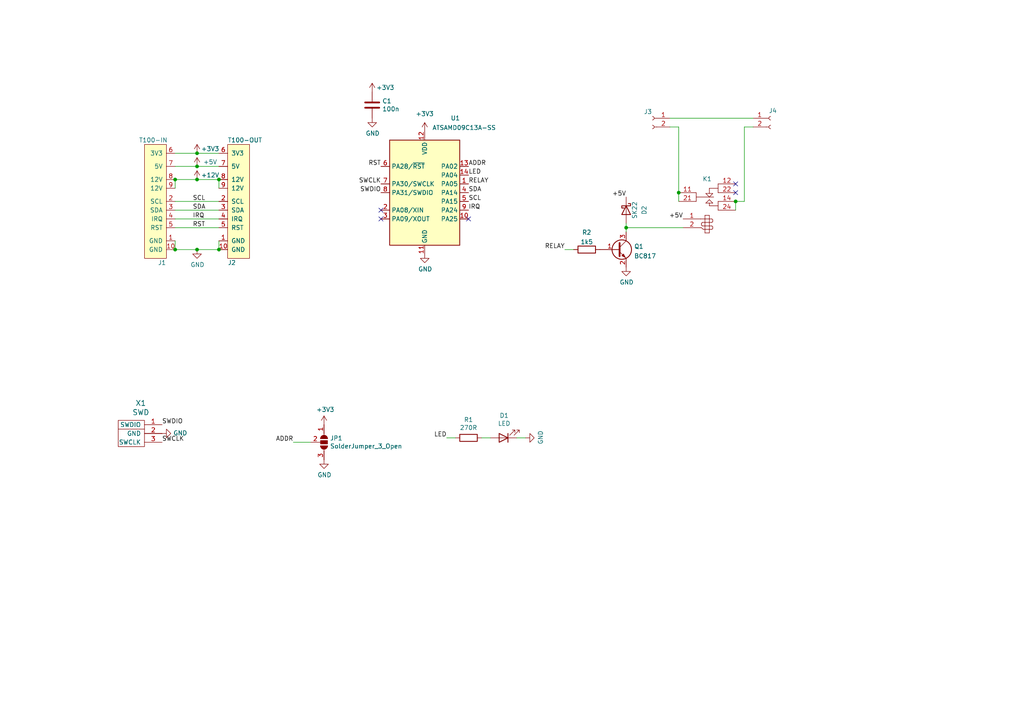
<source format=kicad_sch>
(kicad_sch (version 20210621) (generator eeschema)
  (paper "A4")
  (lib_symbols
    (symbol "Connector:Conn_01x02_Female" (pin_names (offset 1.016) hide)
      (property "Reference" "J" (at 0 2.54 0))
      (property "Value" "Conn_01x02_Female" (at 0 -5.08 0))
      (symbol "Conn_01x02_Female_1_1"
        (arc (start 0 -2.032) (mid -0.508 -2.54) (end 0 -3.048) (stroke (width 0.1524)))
        (polyline (pts (xy -1.27 -2.54) (xy -0.508 -2.54)) (stroke (width 0.1524)))
        (polyline (pts (xy -1.27 0) (xy -0.508 0)) (stroke (width 0.1524)))
        (arc (start 0 0.508) (mid -0.508 0) (end 0 -0.508) (stroke (width 0.1524)))
        (pin passive line (at -5.08 0 0) (length 3.81) (name "Pin_1") (number "1"))
        (pin passive line (at -5.08 -2.54 0) (length 3.81) (name "Pin_2") (number "2"))
      )
    )
    (symbol "Device:C" (pin_numbers hide) (pin_names (offset 0.254))
      (property "Reference" "C" (at 0.635 2.54 0))
      (property "Value" "C" (at 0.635 -2.54 0))
      (symbol "C_0_1"
        (polyline (pts (xy -2.032 -0.762) (xy 2.032 -0.762)) (stroke (width 0.508)))
        (polyline (pts (xy -2.032 0.762) (xy 2.032 0.762)) (stroke (width 0.508)))
      )
      (symbol "C_1_1"
        (pin passive line (at 0 3.81 270) (length 2.794) (name "~") (number "1"))
        (pin passive line (at 0 -3.81 90) (length 2.794) (name "~") (number "2"))
      )
    )
    (symbol "Device:D_Schottky" (pin_numbers hide) (pin_names (offset 1.016) hide)
      (property "Reference" "D" (at 0 2.54 0))
      (property "Value" "D_Schottky" (at 0 -2.54 0))
      (symbol "D_Schottky_0_1"
        (polyline (pts (xy 1.27 0) (xy -1.27 0)))
        (polyline (pts (xy 1.27 1.27) (xy 1.27 -1.27) (xy -1.27 0) (xy 1.27 1.27)) (stroke (width 0.254)))
        (polyline (pts (xy -1.905 0.635) (xy -1.905 1.27) (xy -1.27 1.27) (xy -1.27 -1.27) (xy -0.635 -1.27) (xy -0.635 -0.635)) (stroke (width 0.254)))
      )
      (symbol "D_Schottky_1_1"
        (pin passive line (at -3.81 0 0) (length 2.54) (name "K") (number "1"))
        (pin passive line (at 3.81 0 180) (length 2.54) (name "A") (number "2"))
      )
    )
    (symbol "Device:LED" (pin_numbers hide) (pin_names (offset 1.016) hide)
      (property "Reference" "D" (at 0 2.54 0))
      (property "Value" "LED" (at 0 -2.54 0))
      (symbol "LED_0_1"
        (polyline (pts (xy -1.27 -1.27) (xy -1.27 1.27)) (stroke (width 0.254)))
        (polyline (pts (xy -1.27 0) (xy 1.27 0)))
        (polyline (pts (xy 1.27 -1.27) (xy 1.27 1.27) (xy -1.27 0) (xy 1.27 -1.27)) (stroke (width 0.254)))
        (polyline (pts (xy -3.048 -0.762) (xy -4.572 -2.286) (xy -3.81 -2.286) (xy -4.572 -2.286) (xy -4.572 -1.524)))
        (polyline (pts (xy -1.778 -0.762) (xy -3.302 -2.286) (xy -2.54 -2.286) (xy -3.302 -2.286) (xy -3.302 -1.524)))
      )
      (symbol "LED_1_1"
        (pin passive line (at -3.81 0 0) (length 2.54) (name "K") (number "1"))
        (pin passive line (at 3.81 0 180) (length 2.54) (name "A") (number "2"))
      )
    )
    (symbol "Device:R" (pin_numbers hide) (pin_names (offset 0))
      (property "Reference" "R" (at 2.032 0 90))
      (property "Value" "R" (at 0 0 90))
      (symbol "R_0_1"
        (rectangle (start -1.016 -2.54) (end 1.016 2.54) (stroke (width 0.254)))
      )
      (symbol "R_1_1"
        (pin passive line (at 0 3.81 270) (length 1.27) (name "~") (number "1"))
        (pin passive line (at 0 -3.81 90) (length 1.27) (name "~") (number "2"))
      )
    )
    (symbol "Drake:RELAY_2" (pin_names (offset 1.016) hide)
      (property "Reference" "K" (at -1.27 3.81 0))
      (property "Value" "RELAY_2" (at 0 -12.7 0))
      (symbol "RELAY_2_0_1"
        (polyline (pts (xy -3.81 0) (xy 0 0)))
        (polyline (pts (xy -3.81 1.27) (xy -3.81 -1.27)))
        (polyline (pts (xy -2.54 -8.89) (xy -2.286 -8.89)))
        (polyline (pts (xy -2.54 -6.35) (xy -1.27 -6.35)))
        (polyline (pts (xy -2.286 -8.89) (xy -1.778 -9.3726)))
        (polyline (pts (xy -2.286 -8.1026) (xy -2.286 -7.62)))
        (polyline (pts (xy -2.032 -8.382) (xy -2.286 -8.1026)))
        (polyline (pts (xy -2.032 -7.366) (xy -2.286 -7.62)))
        (polyline (pts (xy -1.778 -9.3726) (xy -1.27 -9.3726)))
        (polyline (pts (xy -1.27 -10.414) (xy -1.27 -5.3086)))
        (polyline (pts (xy -1.27 -8.382) (xy -2.032 -8.382)))
        (polyline (pts (xy -1.27 -8.382) (xy 0 -8.382)))
        (polyline (pts (xy -1.27 -7.366) (xy -2.032 -7.366)))
        (polyline (pts (xy -1.27 -6.35) (xy 0 -6.35)))
        (polyline (pts (xy -1.27 -5.3086) (xy 0 -5.3086)))
        (polyline (pts (xy -1.016 -1.7526) (xy 0.9906 -1.7526)))
        (polyline (pts (xy -1.016 1.0414) (xy 0.9906 1.0414)))
        (polyline (pts (xy 0 -10.414) (xy -1.27 -10.414)))
        (polyline (pts (xy 0 -9.3726) (xy -1.27 -9.3726)))
        (polyline (pts (xy 0 -9.3726) (xy 0.7366 -9.3726)))
        (polyline (pts (xy 0 -8.382) (xy 0.7366 -8.382)))
        (polyline (pts (xy 0 -7.366) (xy -1.27 -7.366)))
        (polyline (pts (xy 0 -7.366) (xy 0.7366 -7.366)))
        (polyline (pts (xy 0 -6.35) (xy 0.7366 -6.35)))
        (polyline (pts (xy 0 -5.3086) (xy 0 -10.414)))
        (polyline (pts (xy 0 -2.54) (xy 0 -2.032)))
        (polyline (pts (xy 0 -2.032) (xy 0 -1.7526)))
        (polyline (pts (xy 0 -0.762) (xy -1.016 -1.7526)))
        (polyline (pts (xy 0 0) (xy -1.016 1.0414)))
        (polyline (pts (xy 0 0) (xy 1.27 0)))
        (polyline (pts (xy 0 2.54) (xy 0 1.0414)))
        (polyline (pts (xy 0 2.54) (xy 1.27 2.54)))
        (polyline (pts (xy 0.7366 -9.3726) (xy 0.9906 -9.144)))
        (polyline (pts (xy 0.7366 -8.382) (xy 0.9906 -8.636)))
        (polyline (pts (xy 0.7366 -7.366) (xy 0.9906 -7.112)))
        (polyline (pts (xy 0.7366 -6.35) (xy 0.9906 -6.5786)))
        (polyline (pts (xy 0.9906 -9.144) (xy 0.9906 -8.636)))
        (polyline (pts (xy 0.9906 -6.5786) (xy 0.9906 -7.112)))
        (polyline (pts (xy 0.9906 -1.7526) (xy 0 -0.762)))
        (polyline (pts (xy 0.9906 1.0414) (xy 0 0)))
        (polyline (pts (xy 1.27 -2.54) (xy 0 -2.54)))
        (polyline (pts (xy 1.27 -2.54) (xy 2.54 -2.54)))
        (polyline (pts (xy 1.27 2.54) (xy 2.54 2.54)))
        (polyline (pts (xy 2.54 -1.27) (xy 2.54 -3.81)))
        (polyline (pts (xy 2.54 3.81) (xy 2.54 1.27)))
      )
      (symbol "RELAY_2_1_1"
        (pin input line (at -7.62 -6.35 0) (length 5.08) (name "A1") (number "1"))
        (pin passive line (at -8.89 1.27 0) (length 5.08) (name "11") (number "11"))
        (pin passive line (at 7.62 3.81 180) (length 5.08) (name "12") (number "12"))
        (pin passive line (at 7.62 -1.27 180) (length 5.08) (name "14") (number "14"))
        (pin input line (at -7.62 -8.89 0) (length 5.08) (name "A2") (number "2"))
        (pin input line (at -8.89 -1.27 0) (length 5.08) (name "21") (number "21"))
        (pin input line (at 7.62 1.27 180) (length 5.08) (name "22") (number "22"))
        (pin input line (at 7.62 -3.81 180) (length 5.08) (name "24") (number "24"))
      )
    )
    (symbol "Drake:SWD" (pin_names (offset 1.016))
      (property "Reference" "X" (at 0 6.35 0))
      (property "Value" "SWD" (at 0 -6.35 0))
      (symbol "SWD_0_1"
        (polyline (pts (xy 3.81 1.27) (xy -3.81 1.27)))
        (rectangle (start 3.81 3.81) (end -3.81 -3.81))
      )
      (symbol "SWD_1_1"
        (pin bidirectional line (at 8.89 2.54 180) (length 5.08) (name "SWDIO") (number "1"))
        (pin power_in line (at 8.89 0 180) (length 5.08) (name "GND") (number "2"))
        (pin bidirectional line (at 8.89 -2.54 180) (length 5.08) (name "SWCLK") (number "3"))
      )
    )
    (symbol "Drake:T100-IN" (pin_names (offset 1.016))
      (property "Reference" "J" (at -3.81 -17.78 0))
      (property "Value" "T100-IN" (at -2.54 17.78 0))
      (symbol "T100-IN_0_0"
        (pin power_out line (at 2.54 -11.43 180) (length 2.54) (name "GND") (number "1"))
        (pin power_in line (at 2.54 -13.97 180) (length 2.54) (name "GND") (number "10"))
        (pin output line (at 2.54 0 180) (length 2.54) (name "SCL") (number "2"))
        (pin bidirectional line (at 2.54 -2.54 180) (length 2.54) (name "SDA") (number "3"))
        (pin bidirectional line (at 2.54 -5.08 180) (length 2.54) (name "IRQ") (number "4"))
        (pin bidirectional line (at 2.54 -7.62 180) (length 2.54) (name "RST") (number "5"))
        (pin power_out line (at 2.54 13.97 180) (length 2.54) (name "3V3") (number "6"))
        (pin power_out line (at 2.54 10.16 180) (length 2.54) (name "5V") (number "7"))
        (pin power_out line (at 2.54 6.35 180) (length 2.54) (name "12V") (number "8"))
        (pin power_in line (at 2.54 3.81 180) (length 2.54) (name "12V") (number "9"))
      )
      (symbol "T100-IN_0_1"
        (rectangle (start 0 16.51) (end -6.35 -16.51) (fill (type background)))
      )
    )
    (symbol "Drake:T100-OUT" (pin_names (offset 1.016))
      (property "Reference" "J" (at 1.27 -17.78 0))
      (property "Value" "T100-OUT" (at 3.81 17.78 0))
      (symbol "T100-OUT_0_0"
        (pin power_in line (at -2.54 -11.43 0) (length 2.54) (name "GND") (number "1"))
        (pin power_in line (at -2.54 -13.97 0) (length 2.54) (name "GND") (number "10"))
        (pin input line (at -2.54 0 0) (length 2.54) (name "SCL") (number "2"))
        (pin bidirectional line (at -2.54 -2.54 0) (length 2.54) (name "SDA") (number "3"))
        (pin bidirectional line (at -2.54 -5.08 0) (length 2.54) (name "IRQ") (number "4"))
        (pin bidirectional line (at -2.54 -7.62 0) (length 2.54) (name "RST") (number "5"))
        (pin power_in line (at -2.54 13.97 0) (length 2.54) (name "3V3") (number "6"))
        (pin power_in line (at -2.54 10.16 0) (length 2.54) (name "5V") (number "7"))
        (pin power_in line (at -2.54 6.35 0) (length 2.54) (name "12V") (number "8"))
        (pin power_in line (at -2.54 3.81 0) (length 2.54) (name "12V") (number "9"))
      )
      (symbol "T100-OUT_0_1"
        (rectangle (start 6.35 16.51) (end 0 -16.51) (fill (type background)))
      )
    )
    (symbol "Jumper:SolderJumper_3_Open" (pin_names (offset 0) hide)
      (property "Reference" "JP" (at -2.54 -2.54 0))
      (property "Value" "SolderJumper_3_Open" (at 0 2.794 0))
      (symbol "SolderJumper_3_Open_0_1"
        (arc (start -1.016 1.016) (mid -2.032 0) (end -1.016 -1.016))
        (arc (start -1.016 1.016) (mid -2.032 0) (end -1.016 -1.016) (fill (type outline)))
        (rectangle (start -0.508 1.016) (end 0.508 -1.016) (fill (type outline)))
        (polyline (pts (xy -2.54 0) (xy -2.032 0)))
        (polyline (pts (xy -1.016 1.016) (xy -1.016 -1.016)))
        (polyline (pts (xy 0 -1.27) (xy 0 -1.016)))
        (polyline (pts (xy 1.016 1.016) (xy 1.016 -1.016)))
        (polyline (pts (xy 2.54 0) (xy 2.032 0)))
        (arc (start 1.016 -1.016) (mid 2.032 0) (end 1.016 1.016))
        (arc (start 1.016 -1.016) (mid 2.032 0) (end 1.016 1.016) (fill (type outline)))
      )
      (symbol "SolderJumper_3_Open_1_1"
        (pin passive line (at -5.08 0 0) (length 2.54) (name "A") (number "1"))
        (pin input line (at 0 -3.81 90) (length 2.54) (name "C") (number "2"))
        (pin passive line (at 5.08 0 180) (length 2.54) (name "B") (number "3"))
      )
    )
    (symbol "MCU_Microchip_SAMD:ATSAMD09C13A-SS"
      (property "Reference" "U" (at -10.16 16.51 0))
      (property "Value" "ATSAMD09C13A-SS" (at 1.27 16.51 0))
      (symbol "ATSAMD09C13A-SS_0_1"
        (rectangle (start -10.16 15.24) (end 10.16 -15.24) (stroke (width 0.254)) (fill (type background)))
      )
      (symbol "ATSAMD09C13A-SS_1_1"
        (pin bidirectional line (at 12.7 2.54 180) (length 2.54) (name "PA05") (number "1"))
        (pin bidirectional line (at 12.7 -7.62 180) (length 2.54) (name "PA25") (number "10"))
        (pin power_in line (at 0 -17.78 90) (length 2.54) (name "GND") (number "11"))
        (pin power_in line (at 0 17.78 270) (length 2.54) (name "VDD") (number "12"))
        (pin bidirectional line (at 12.7 7.62 180) (length 2.54) (name "PA02") (number "13"))
        (pin bidirectional line (at 12.7 5.08 180) (length 2.54) (name "PA04") (number "14"))
        (pin bidirectional line (at -12.7 -5.08 0) (length 2.54) (name "PA08/XIN") (number "2"))
        (pin bidirectional line (at -12.7 -7.62 0) (length 2.54) (name "PA09/XOUT") (number "3"))
        (pin bidirectional line (at 12.7 0 180) (length 2.54) (name "PA14") (number "4"))
        (pin bidirectional line (at 12.7 -2.54 180) (length 2.54) (name "PA15") (number "5"))
        (pin bidirectional line (at -12.7 7.62 0) (length 2.54) (name "PA28/~{RST}") (number "6"))
        (pin bidirectional line (at -12.7 2.54 0) (length 2.54) (name "PA30/SWCLK") (number "7"))
        (pin bidirectional line (at -12.7 0 0) (length 2.54) (name "PA31/SWDIO") (number "8"))
        (pin bidirectional line (at 12.7 -5.08 180) (length 2.54) (name "PA24") (number "9"))
      )
    )
    (symbol "Transistor_BJT:BC817" (pin_names (offset 0) hide)
      (property "Reference" "Q" (at 5.08 1.905 0))
      (property "Value" "BC817" (at 5.08 0 0))
      (symbol "BC817_0_1"
        (polyline (pts (xy 0.635 0.635) (xy 2.54 2.54)))
        (polyline (pts (xy 0.635 -0.635) (xy 2.54 -2.54) (xy 2.54 -2.54)))
        (polyline (pts (xy 0.635 1.905) (xy 0.635 -1.905) (xy 0.635 -1.905)) (stroke (width 0.508)))
        (polyline (pts (xy 1.27 -1.778) (xy 1.778 -1.27) (xy 2.286 -2.286) (xy 1.27 -1.778) (xy 1.27 -1.778)) (fill (type outline)))
        (circle (center 1.27 0) (radius 2.8194) (stroke (width 0.254)) (stroke (width 0.254)))
      )
      (symbol "BC817_1_1"
        (pin input line (at -5.08 0 0) (length 5.715) (name "B") (number "1"))
        (pin passive line (at 2.54 -5.08 90) (length 2.54) (name "E") (number "2"))
        (pin passive line (at 2.54 5.08 270) (length 2.54) (name "C") (number "3"))
      )
    )
    (symbol "power:+12V" (power) (pin_names (offset 0))
      (property "Value" "+12V" (at 0 3.556 0))
      (symbol "+12V_0_1"
        (polyline (pts (xy -0.762 1.27) (xy 0 2.54)))
        (polyline (pts (xy 0 0) (xy 0 2.54)))
        (polyline (pts (xy 0 2.54) (xy 0.762 1.27)))
      )
      (symbol "+12V_1_1"
        (pin power_in line (at 0 0 90) (length 0) hide (name "+12V") (number "1"))
      )
    )
    (symbol "power:+3V3" (power) (pin_names (offset 0))
      (property "Value" "+3V3" (at 0 3.556 0))
      (symbol "+3V3_0_1"
        (polyline (pts (xy -0.762 1.27) (xy 0 2.54)))
        (polyline (pts (xy 0 0) (xy 0 2.54)))
        (polyline (pts (xy 0 2.54) (xy 0.762 1.27)))
      )
      (symbol "+3V3_1_1"
        (pin power_in line (at 0 0 90) (length 0) hide (name "+3V3") (number "1"))
      )
    )
    (symbol "power:+5V" (power) (pin_names (offset 0))
      (property "Value" "+5V" (at 0 3.556 0))
      (symbol "+5V_0_1"
        (polyline (pts (xy -0.762 1.27) (xy 0 2.54)))
        (polyline (pts (xy 0 0) (xy 0 2.54)))
        (polyline (pts (xy 0 2.54) (xy 0.762 1.27)))
      )
      (symbol "+5V_1_1"
        (pin power_in line (at 0 0 90) (length 0) hide (name "+5V") (number "1"))
      )
    )
    (symbol "power:GND" (power) (pin_names (offset 0))
      (property "Value" "GND" (at 0 -3.81 0))
      (symbol "GND_0_1"
        (polyline (pts (xy 0 0) (xy 0 -1.27) (xy 1.27 -1.27) (xy 0 -2.54) (xy -1.27 -1.27) (xy 0 -1.27)))
      )
      (symbol "GND_1_1"
        (pin power_in line (at 0 0 270) (length 0) hide (name "GND") (number "1"))
      )
    )
  )
  (junction (at 50.8 52.07))
  (junction (at 50.8 72.39))
  (junction (at 57.15 44.45))
  (junction (at 57.15 48.26))
  (junction (at 57.15 52.07))
  (junction (at 57.15 72.39))
  (junction (at 63.5 52.07))
  (junction (at 63.5 72.39))
  (junction (at 181.61 66.04))
  (junction (at 196.85 55.88))
  (junction (at 213.36 58.42))
  (no_connect (at 110.49 60.96))
  (no_connect (at 110.49 63.5))
  (no_connect (at 135.89 63.5))
  (no_connect (at 213.36 53.34))
  (no_connect (at 213.36 55.88))
  (wire (pts (xy 50.8 44.45) (xy 57.15 44.45)))
  (wire (pts (xy 50.8 48.26) (xy 57.15 48.26)))
  (wire (pts (xy 50.8 52.07) (xy 57.15 52.07)))
  (wire (pts (xy 50.8 54.61) (xy 50.8 52.07)))
  (wire (pts (xy 50.8 58.42) (xy 63.5 58.42)))
  (wire (pts (xy 50.8 60.96) (xy 63.5 60.96)))
  (wire (pts (xy 50.8 63.5) (xy 63.5 63.5)))
  (wire (pts (xy 50.8 66.04) (xy 63.5 66.04)))
  (wire (pts (xy 50.8 69.85) (xy 50.8 72.39)))
  (wire (pts (xy 50.8 72.39) (xy 57.15 72.39)))
  (wire (pts (xy 57.15 44.45) (xy 63.5 44.45)))
  (wire (pts (xy 57.15 48.26) (xy 63.5 48.26)))
  (wire (pts (xy 57.15 52.07) (xy 63.5 52.07)))
  (wire (pts (xy 57.15 72.39) (xy 63.5 72.39)))
  (wire (pts (xy 63.5 54.61) (xy 63.5 52.07)))
  (wire (pts (xy 63.5 69.85) (xy 63.5 72.39)))
  (wire (pts (xy 90.17 128.27) (xy 85.09 128.27)))
  (wire (pts (xy 132.08 127) (xy 129.54 127)))
  (wire (pts (xy 139.7 127) (xy 142.24 127)))
  (wire (pts (xy 149.86 127) (xy 152.4 127)))
  (wire (pts (xy 163.83 72.39) (xy 166.37 72.39)))
  (wire (pts (xy 181.61 64.77) (xy 181.61 66.04)))
  (wire (pts (xy 181.61 66.04) (xy 181.61 67.31)))
  (wire (pts (xy 181.61 66.04) (xy 198.12 66.04)))
  (wire (pts (xy 194.31 34.29) (xy 218.44 34.29)))
  (wire (pts (xy 194.31 36.83) (xy 196.85 36.83)))
  (wire (pts (xy 196.85 36.83) (xy 196.85 55.88)))
  (wire (pts (xy 196.85 55.88) (xy 196.85 58.42)))
  (wire (pts (xy 213.36 58.42) (xy 213.36 60.96)))
  (wire (pts (xy 213.36 58.42) (xy 215.9 58.42)))
  (wire (pts (xy 215.9 36.83) (xy 218.44 36.83)))
  (wire (pts (xy 215.9 58.42) (xy 215.9 36.83)))
  (label "SWDIO" (at 46.99 123.19 0))
  (label "SWCLK" (at 46.99 128.27 0))
  (label "SCL" (at 55.88 58.42 0))
  (label "SDA" (at 55.88 60.96 0))
  (label "IRQ" (at 55.88 63.5 0))
  (label "RST" (at 55.88 66.04 0))
  (label "ADDR" (at 85.09 128.27 180))
  (label "RST" (at 110.49 48.26 180))
  (label "SWCLK" (at 110.49 53.34 180))
  (label "SWDIO" (at 110.49 55.88 180))
  (label "LED" (at 129.54 127 180))
  (label "ADDR" (at 135.89 48.26 0))
  (label "LED" (at 135.89 50.8 0))
  (label "RELAY" (at 135.89 53.34 0))
  (label "SDA" (at 135.89 55.88 0))
  (label "SCL" (at 135.89 58.42 0))
  (label "IRQ" (at 135.89 60.96 0))
  (label "RELAY" (at 163.83 72.39 180))
  (label "+5V" (at 181.61 57.15 180))
  (label "+5V" (at 198.12 63.5 180))
  (symbol (lib_id "power:+3V3") (at 57.15 44.45 0) (unit 1)
    (property "Reference" "#PWR01" (effects hide))
    (property "Value" "+3V3" (at 60.96 43.18 0))
  )
  (symbol (lib_id "power:+5V") (at 57.15 48.26 0) (unit 1)
    (property "Reference" "#PWR02" (effects hide))
    (property "Value" "+5V" (at 60.96 46.99 0))
  )
  (symbol (lib_id "power:+12V") (at 57.15 52.07 0) (unit 1)
    (property "Reference" "#PWR03" (effects hide))
    (property "Value" "+12V" (at 60.96 50.8 0))
  )
  (symbol (lib_id "power:+3V3") (at 93.98 123.19 0) (unit 1)
    (property "Reference" "#PWR0117" (effects hide))
    (property "Value" "+3V3" (at 94.361 118.7958 0))
  )
  (symbol (lib_id "power:+3V3") (at 107.95 26.67 0) (unit 1)
    (property "Reference" "#PWR0110" (effects hide))
    (property "Value" "+3V3" (at 111.76 25.4 0))
  )
  (symbol (lib_id "power:+3V3") (at 123.19 38.1 0) (unit 1)
    (property "Reference" "#PWR0111" (effects hide))
    (property "Value" "+3V3" (at 123.19 33.02 0))
  )
  (symbol (lib_id "power:GND") (at 46.99 125.73 90) (unit 1)
    (property "Reference" "#PWR0106" (effects hide))
    (property "Value" "GND" (at 50.2412 125.603 90) (effects (justify right)))
  )
  (symbol (lib_id "power:GND") (at 57.15 72.39 0) (unit 1)
    (property "Reference" "#PWR04" (effects hide))
    (property "Value" "GND" (at 57.277 76.7842 0))
  )
  (symbol (lib_id "power:GND") (at 93.98 133.35 0) (unit 1)
    (property "Reference" "#PWR05" (effects hide))
    (property "Value" "GND" (at 94.107 137.7442 0))
  )
  (symbol (lib_id "power:GND") (at 107.95 34.29 0) (unit 1)
    (property "Reference" "#PWR0109" (effects hide))
    (property "Value" "GND" (at 108.077 38.6842 0))
  )
  (symbol (lib_id "power:GND") (at 123.19 73.66 0) (unit 1)
    (property "Reference" "#PWR0112" (effects hide))
    (property "Value" "GND" (at 123.317 78.0542 0))
  )
  (symbol (lib_id "power:GND") (at 152.4 127 90) (unit 1)
    (property "Reference" "#PWR0115" (effects hide))
    (property "Value" "GND" (at 156.7942 126.873 0))
  )
  (symbol (lib_id "power:GND") (at 181.61 77.47 0) (unit 1)
    (property "Reference" "#PWR06" (effects hide))
    (property "Value" "GND" (at 181.737 81.8642 0))
  )
  (symbol (lib_id "Device:R") (at 135.89 127 270) (unit 1)
    (property "Reference" "R1" (at 135.89 121.7422 90))
    (property "Value" "270R" (at 135.89 124.0536 90))
    (property "Footprint" "Resistor_SMD:R_0805_2012Metric_Pad1.20x1.40mm_HandSolder" (effects hide))
  )
  (symbol (lib_id "Device:R") (at 170.18 72.39 90) (unit 1)
    (property "Reference" "R2" (at 170.18 67.4075 90))
    (property "Value" "1k5" (at 170.18 70.1826 90))
    (property "Footprint" "Resistor_SMD:R_0805_2012Metric_Pad1.20x1.40mm_HandSolder" (effects hide))
  )
  (symbol (lib_id "Connector:Conn_01x02_Female") (at 189.23 34.29 0) (mirror y) (unit 1)
    (property "Reference" "J3" (at 187.9219 32.4063 0))
    (property "Value" "Conn_01x02_Female" (effects hide))
    (property "Footprint" "Drake:DG235-3.81-02P" (effects hide))
  )
  (symbol (lib_id "Connector:Conn_01x02_Female") (at 223.52 34.29 0) (unit 1)
    (property "Reference" "J4" (at 222.9612 32.1115 0) (effects (justify left)))
    (property "Value" "Conn_01x02_Female" (effects hide))
    (property "Footprint" "Drake:DG235-3.81-02P" (effects hide))
  )
  (symbol (lib_id "Device:D_Schottky") (at 181.61 60.96 270) (unit 1)
    (property "Reference" "D2" (at 186.8465 60.96 0))
    (property "Value" "SK22" (at 184.0714 60.96 0))
    (property "Footprint" "Diode_SMD:D_SMB_Handsoldering" (effects hide))
  )
  (symbol (lib_id "Device:LED") (at 146.05 127 180) (unit 1)
    (property "Reference" "D1" (at 146.2278 120.523 0))
    (property "Value" "LED" (at 146.2278 122.8344 0))
    (property "Footprint" "LED_SMD:LED_0805_2012Metric_Pad1.15x1.40mm_HandSolder" (effects hide))
  )
  (symbol (lib_id "Device:C") (at 107.95 30.48 0) (unit 1)
    (property "Reference" "C1" (at 110.871 29.3116 0) (effects (justify left)))
    (property "Value" "100n" (at 110.871 31.623 0) (effects (justify left)))
    (property "Footprint" "Capacitor_SMD:C_0805_2012Metric_Pad1.18x1.45mm_HandSolder" (effects hide))
  )
  (symbol (lib_id "Jumper:SolderJumper_3_Open") (at 93.98 128.27 270) (unit 1)
    (property "Reference" "JP1" (at 95.7072 127.1016 90) (effects (justify left)))
    (property "Value" "SolderJumper_3_Open" (at 95.7072 129.413 90) (effects (justify left)))
    (property "Footprint" "Jumper:SolderJumper-3_P2.0mm_Open_TrianglePad1.0x1.5mm" (effects hide))
  )
  (symbol (lib_id "Transistor_BJT:BC817") (at 179.07 72.39 0) (unit 1)
    (property "Reference" "Q1" (at 183.9213 71.4815 0) (effects (justify left)))
    (property "Value" "BC817" (at 183.9213 74.2566 0) (effects (justify left)))
    (property "Footprint" "Package_TO_SOT_SMD:SOT-23" (effects hide))
    (property "Datasheet" "https://www.onsemi.com/pub/Collateral/BC818-D.pdf" (effects hide))
  )
  (symbol (lib_id "Drake:SWD") (at 38.1 125.73 0) (unit 1)
    (property "Reference" "X1" (at 40.8432 116.9162 0) (effects (font (size 1.524 1.524))))
    (property "Value" "SWD" (at 40.8432 119.6086 0) (effects (font (size 1.524 1.524))))
    (property "Footprint" "Drake:SWD" (effects hide))
  )
  (symbol (lib_id "Drake:RELAY_2") (at 205.74 57.15 0) (unit 1)
    (property "Reference" "K1" (at 205.105 51.8944 0))
    (property "Value" "RELAY_2" (effects hide))
    (property "Footprint" "Drake:RT314_Relay" (effects hide))
  )
  (symbol (lib_id "Drake:T100-IN") (at 48.26 58.42 0) (unit 1)
    (property "Reference" "J1" (at 46.99 76.2 0))
    (property "Value" "T100-IN" (at 44.45 40.64 0))
    (property "Footprint" "Connector_PinHeader_2.54mm:PinHeader_1x10_P2.54mm_Horizontal" (effects hide))
  )
  (symbol (lib_id "Drake:T100-OUT") (at 66.04 58.42 0) (unit 1)
    (property "Reference" "J2" (at 66.04 76.2 0) (effects (justify left)))
    (property "Value" "T100-OUT" (at 66.04 40.64 0) (effects (justify left)))
    (property "Footprint" "Connector_PinSocket_2.54mm:PinSocket_1x10_P2.54mm_Horizontal" (effects hide))
  )
  (symbol (lib_id "MCU_Microchip_SAMD:ATSAMD09C13A-SS") (at 123.19 55.88 0) (unit 1)
    (property "Reference" "U1" (at 132.08 34.2604 0))
    (property "Value" "ATSAMD09C13A-SS" (at 134.62 37.0355 0))
    (property "Footprint" "Package_SO:SOIC-14_3.9x8.7mm_P1.27mm" (effects hide))
    (property "Datasheet" "http://ww1.microchip.com/downloads/en/DeviceDoc/Atmel-42414-SAM-D09_Datasheet.pdf" (effects hide))
  )
)
</source>
